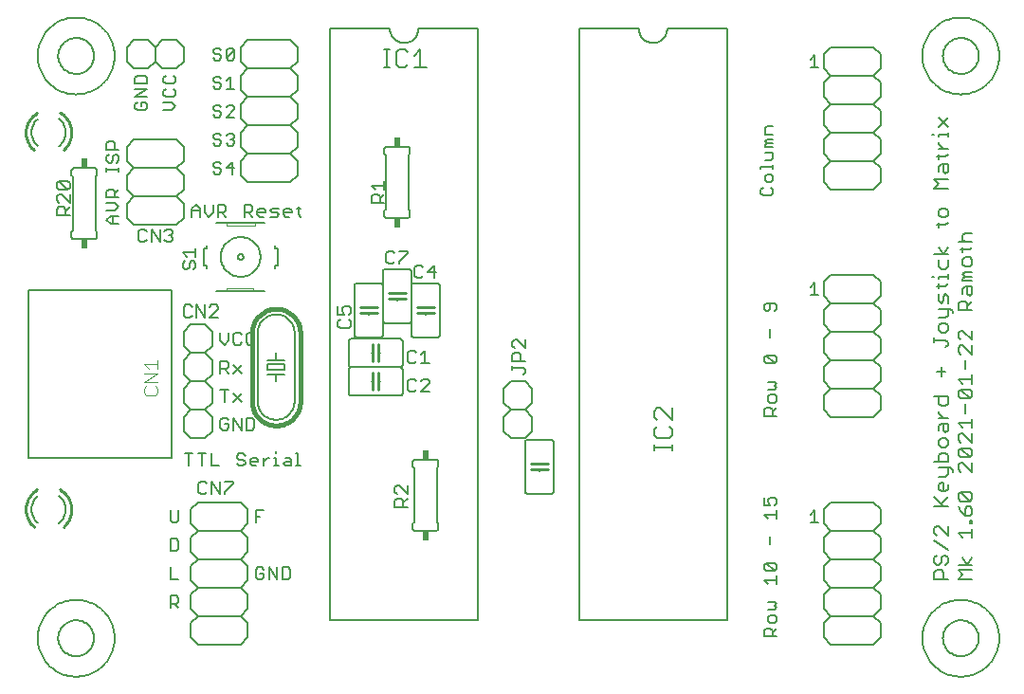
<source format=gto>
G75*
%MOIN*%
%OFA0B0*%
%FSLAX24Y24*%
%IPPOS*%
%LPD*%
%AMOC8*
5,1,8,0,0,1.08239X$1,22.5*
%
%ADD10C,0.0080*%
%ADD11C,0.0060*%
%ADD12C,0.0070*%
%ADD13C,0.0100*%
%ADD14C,0.0050*%
%ADD15R,0.0240X0.0340*%
%ADD16C,0.0160*%
%ADD17C,0.0020*%
%ADD18C,0.0040*%
D10*
X001589Y002069D02*
X001591Y002119D01*
X001597Y002169D01*
X001607Y002218D01*
X001621Y002266D01*
X001638Y002313D01*
X001659Y002358D01*
X001684Y002402D01*
X001712Y002443D01*
X001744Y002482D01*
X001778Y002519D01*
X001815Y002553D01*
X001855Y002583D01*
X001897Y002610D01*
X001941Y002634D01*
X001987Y002655D01*
X002034Y002671D01*
X002082Y002684D01*
X002132Y002693D01*
X002181Y002698D01*
X002232Y002699D01*
X002282Y002696D01*
X002331Y002689D01*
X002380Y002678D01*
X002428Y002663D01*
X002474Y002645D01*
X002519Y002623D01*
X002562Y002597D01*
X002603Y002568D01*
X002642Y002536D01*
X002678Y002501D01*
X002710Y002463D01*
X002740Y002423D01*
X002767Y002380D01*
X002790Y002336D01*
X002809Y002290D01*
X002825Y002242D01*
X002837Y002193D01*
X002845Y002144D01*
X002849Y002094D01*
X002849Y002044D01*
X002845Y001994D01*
X002837Y001945D01*
X002825Y001896D01*
X002809Y001848D01*
X002790Y001802D01*
X002767Y001758D01*
X002740Y001715D01*
X002710Y001675D01*
X002678Y001637D01*
X002642Y001602D01*
X002603Y001570D01*
X002562Y001541D01*
X002519Y001515D01*
X002474Y001493D01*
X002428Y001475D01*
X002380Y001460D01*
X002331Y001449D01*
X002282Y001442D01*
X002232Y001439D01*
X002181Y001440D01*
X002132Y001445D01*
X002082Y001454D01*
X002034Y001467D01*
X001987Y001483D01*
X001941Y001504D01*
X001897Y001528D01*
X001855Y001555D01*
X001815Y001585D01*
X001778Y001619D01*
X001744Y001656D01*
X001712Y001695D01*
X001684Y001736D01*
X001659Y001780D01*
X001638Y001825D01*
X001621Y001872D01*
X001607Y001920D01*
X001597Y001969D01*
X001591Y002019D01*
X001589Y002069D01*
X005540Y003140D02*
X005540Y003560D01*
X005750Y003560D01*
X005820Y003490D01*
X005820Y003350D01*
X005750Y003280D01*
X005540Y003280D01*
X005680Y003280D02*
X005820Y003140D01*
X005820Y004140D02*
X005540Y004140D01*
X005540Y004560D01*
X005540Y005140D02*
X005750Y005140D01*
X005820Y005210D01*
X005820Y005490D01*
X005750Y005560D01*
X005540Y005560D01*
X005540Y005140D01*
X005610Y006140D02*
X005750Y006140D01*
X005820Y006210D01*
X005820Y006560D01*
X005540Y006560D02*
X005540Y006210D01*
X005610Y006140D01*
X006180Y008140D02*
X006180Y008560D01*
X006040Y008560D02*
X006320Y008560D01*
X006500Y008560D02*
X006781Y008560D01*
X006641Y008560D02*
X006641Y008140D01*
X006961Y008140D02*
X006961Y008560D01*
X006961Y008140D02*
X007241Y008140D01*
X007882Y008210D02*
X007952Y008140D01*
X008092Y008140D01*
X008162Y008210D01*
X008162Y008280D01*
X008092Y008350D01*
X007952Y008350D01*
X007882Y008420D01*
X007882Y008490D01*
X007952Y008560D01*
X008092Y008560D01*
X008162Y008490D01*
X008342Y008350D02*
X008412Y008420D01*
X008552Y008420D01*
X008622Y008350D01*
X008622Y008280D01*
X008342Y008280D01*
X008342Y008210D02*
X008342Y008350D01*
X008342Y008210D02*
X008412Y008140D01*
X008552Y008140D01*
X008802Y008140D02*
X008802Y008420D01*
X008802Y008280D02*
X008942Y008420D01*
X009013Y008420D01*
X009186Y008420D02*
X009256Y008420D01*
X009256Y008140D01*
X009186Y008140D02*
X009326Y008140D01*
X009493Y008210D02*
X009563Y008280D01*
X009773Y008280D01*
X009773Y008350D02*
X009773Y008140D01*
X009563Y008140D01*
X009493Y008210D01*
X009563Y008420D02*
X009703Y008420D01*
X009773Y008350D01*
X009953Y008140D02*
X010093Y008140D01*
X010023Y008140D02*
X010023Y008560D01*
X009953Y008560D01*
X009256Y008560D02*
X009256Y008630D01*
X008491Y009460D02*
X008421Y009390D01*
X008211Y009390D01*
X008211Y009810D01*
X008421Y009810D01*
X008491Y009740D01*
X008491Y009460D01*
X008031Y009390D02*
X008031Y009810D01*
X007750Y009810D02*
X007750Y009390D01*
X007570Y009460D02*
X007570Y009600D01*
X007430Y009600D01*
X007290Y009460D02*
X007360Y009390D01*
X007500Y009390D01*
X007570Y009460D01*
X007290Y009460D02*
X007290Y009740D01*
X007360Y009810D01*
X007500Y009810D01*
X007570Y009740D01*
X007750Y009810D02*
X008031Y009390D01*
X008031Y010390D02*
X007750Y010670D01*
X007570Y010810D02*
X007290Y010810D01*
X007430Y010810D02*
X007430Y010390D01*
X007750Y010390D02*
X008031Y010670D01*
X008031Y011390D02*
X007750Y011670D01*
X007570Y011600D02*
X007500Y011530D01*
X007290Y011530D01*
X007290Y011390D02*
X007290Y011810D01*
X007500Y011810D01*
X007570Y011740D01*
X007570Y011600D01*
X007430Y011530D02*
X007570Y011390D01*
X007750Y011390D02*
X008031Y011670D01*
X007961Y012390D02*
X008031Y012460D01*
X007961Y012390D02*
X007820Y012390D01*
X007750Y012460D01*
X007750Y012740D01*
X007820Y012810D01*
X007961Y012810D01*
X008031Y012740D01*
X008211Y012740D02*
X008211Y012460D01*
X008281Y012390D01*
X008421Y012390D01*
X008491Y012460D01*
X008491Y012740D02*
X008421Y012810D01*
X008281Y012810D01*
X008211Y012740D01*
X007570Y012810D02*
X007570Y012530D01*
X007430Y012390D01*
X007290Y012530D01*
X007290Y012810D01*
X005579Y014303D02*
X000539Y014303D01*
X000539Y008397D01*
X005579Y008397D01*
X005579Y014303D01*
X003710Y016640D02*
X003430Y016640D01*
X003290Y016780D01*
X003430Y016920D01*
X003710Y016920D01*
X003500Y016920D02*
X003500Y016640D01*
X003570Y017100D02*
X003290Y017100D01*
X003570Y017100D02*
X003710Y017241D01*
X003570Y017381D01*
X003290Y017381D01*
X003290Y017561D02*
X003290Y017771D01*
X003360Y017841D01*
X003500Y017841D01*
X003570Y017771D01*
X003570Y017561D01*
X003570Y017701D02*
X003710Y017841D01*
X003710Y017561D02*
X003290Y017561D01*
X003290Y018482D02*
X003290Y018622D01*
X003290Y018552D02*
X003710Y018552D01*
X003710Y018482D02*
X003710Y018622D01*
X003640Y018788D02*
X003710Y018859D01*
X003710Y018999D01*
X003640Y019069D01*
X003570Y019069D01*
X003500Y018999D01*
X003500Y018859D01*
X003430Y018788D01*
X003360Y018788D01*
X003290Y018859D01*
X003290Y018999D01*
X003360Y019069D01*
X003290Y019249D02*
X003290Y019459D01*
X003360Y019529D01*
X003500Y019529D01*
X003570Y019459D01*
X003570Y019249D01*
X003710Y019249D02*
X003290Y019249D01*
X004360Y020640D02*
X004640Y020640D01*
X004710Y020710D01*
X004710Y020850D01*
X004640Y020920D01*
X004500Y020920D01*
X004500Y020780D01*
X004360Y020640D02*
X004290Y020710D01*
X004290Y020850D01*
X004360Y020920D01*
X004290Y021100D02*
X004710Y021381D01*
X004290Y021381D01*
X004290Y021561D02*
X004290Y021771D01*
X004360Y021841D01*
X004640Y021841D01*
X004710Y021771D01*
X004710Y021561D01*
X004290Y021561D01*
X004290Y021100D02*
X004710Y021100D01*
X005290Y021170D02*
X005360Y021100D01*
X005640Y021100D01*
X005710Y021170D01*
X005710Y021311D01*
X005640Y021381D01*
X005640Y021561D02*
X005710Y021631D01*
X005710Y021771D01*
X005640Y021841D01*
X005640Y021561D02*
X005360Y021561D01*
X005290Y021631D01*
X005290Y021771D01*
X005360Y021841D01*
X005360Y021381D02*
X005290Y021311D01*
X005290Y021170D01*
X005290Y020920D02*
X005570Y020920D01*
X005710Y020780D01*
X005570Y020640D01*
X005290Y020640D01*
X007040Y020670D02*
X007110Y020600D01*
X007250Y020600D01*
X007320Y020530D01*
X007320Y020460D01*
X007250Y020390D01*
X007110Y020390D01*
X007040Y020460D01*
X007040Y020670D02*
X007040Y020740D01*
X007110Y020810D01*
X007250Y020810D01*
X007320Y020740D01*
X007500Y020740D02*
X007570Y020810D01*
X007711Y020810D01*
X007781Y020740D01*
X007781Y020670D01*
X007500Y020390D01*
X007781Y020390D01*
X007711Y019810D02*
X007781Y019740D01*
X007781Y019670D01*
X007711Y019600D01*
X007781Y019530D01*
X007781Y019460D01*
X007711Y019390D01*
X007570Y019390D01*
X007500Y019460D01*
X007320Y019460D02*
X007250Y019390D01*
X007110Y019390D01*
X007040Y019460D01*
X007110Y019600D02*
X007040Y019670D01*
X007040Y019740D01*
X007110Y019810D01*
X007250Y019810D01*
X007320Y019740D01*
X007250Y019600D02*
X007320Y019530D01*
X007320Y019460D01*
X007250Y019600D02*
X007110Y019600D01*
X007500Y019740D02*
X007570Y019810D01*
X007711Y019810D01*
X007711Y019600D02*
X007641Y019600D01*
X007711Y018810D02*
X007500Y018600D01*
X007781Y018600D01*
X007711Y018390D02*
X007711Y018810D01*
X007320Y018740D02*
X007250Y018810D01*
X007110Y018810D01*
X007040Y018740D01*
X007040Y018670D01*
X007110Y018600D01*
X007250Y018600D01*
X007320Y018530D01*
X007320Y018460D01*
X007250Y018390D01*
X007110Y018390D01*
X007040Y018460D01*
X007031Y017310D02*
X007031Y017030D01*
X006891Y016890D01*
X006750Y017030D01*
X006750Y017310D01*
X006570Y017170D02*
X006570Y016890D01*
X006570Y017100D02*
X006290Y017100D01*
X006290Y017170D02*
X006430Y017310D01*
X006570Y017170D01*
X006290Y017170D02*
X006290Y016890D01*
X007211Y016890D02*
X007211Y017310D01*
X007421Y017310D01*
X007491Y017240D01*
X007491Y017100D01*
X007421Y017030D01*
X007211Y017030D01*
X007351Y017030D02*
X007491Y016890D01*
X008132Y016890D02*
X008132Y017310D01*
X008342Y017310D01*
X008412Y017240D01*
X008412Y017100D01*
X008342Y017030D01*
X008132Y017030D01*
X008272Y017030D02*
X008412Y016890D01*
X008592Y016960D02*
X008592Y017100D01*
X008662Y017170D01*
X008802Y017170D01*
X008872Y017100D01*
X008872Y017030D01*
X008592Y017030D01*
X008592Y016960D02*
X008662Y016890D01*
X008802Y016890D01*
X009052Y016890D02*
X009263Y016890D01*
X009333Y016960D01*
X009263Y017030D01*
X009122Y017030D01*
X009052Y017100D01*
X009122Y017170D01*
X009333Y017170D01*
X009513Y017100D02*
X009583Y017170D01*
X009723Y017170D01*
X009793Y017100D01*
X009793Y017030D01*
X009513Y017030D01*
X009513Y016960D02*
X009513Y017100D01*
X009513Y016960D02*
X009583Y016890D01*
X009723Y016890D01*
X010043Y016960D02*
X010113Y016890D01*
X010043Y016960D02*
X010043Y017240D01*
X009973Y017170D02*
X010113Y017170D01*
X007781Y021390D02*
X007500Y021390D01*
X007641Y021390D02*
X007641Y021810D01*
X007500Y021670D01*
X007320Y021740D02*
X007250Y021810D01*
X007110Y021810D01*
X007040Y021740D01*
X007040Y021670D01*
X007110Y021600D01*
X007250Y021600D01*
X007320Y021530D01*
X007320Y021460D01*
X007250Y021390D01*
X007110Y021390D01*
X007040Y021460D01*
X007110Y022390D02*
X007040Y022460D01*
X007110Y022390D02*
X007250Y022390D01*
X007320Y022460D01*
X007320Y022530D01*
X007250Y022600D01*
X007110Y022600D01*
X007040Y022670D01*
X007040Y022740D01*
X007110Y022810D01*
X007250Y022810D01*
X007320Y022740D01*
X007500Y022740D02*
X007500Y022460D01*
X007781Y022740D01*
X007781Y022460D01*
X007711Y022390D01*
X007570Y022390D01*
X007500Y022460D01*
X007500Y022740D02*
X007570Y022810D01*
X007711Y022810D01*
X007781Y022740D01*
X001589Y022541D02*
X001591Y022591D01*
X001597Y022641D01*
X001607Y022690D01*
X001621Y022738D01*
X001638Y022785D01*
X001659Y022830D01*
X001684Y022874D01*
X001712Y022915D01*
X001744Y022954D01*
X001778Y022991D01*
X001815Y023025D01*
X001855Y023055D01*
X001897Y023082D01*
X001941Y023106D01*
X001987Y023127D01*
X002034Y023143D01*
X002082Y023156D01*
X002132Y023165D01*
X002181Y023170D01*
X002232Y023171D01*
X002282Y023168D01*
X002331Y023161D01*
X002380Y023150D01*
X002428Y023135D01*
X002474Y023117D01*
X002519Y023095D01*
X002562Y023069D01*
X002603Y023040D01*
X002642Y023008D01*
X002678Y022973D01*
X002710Y022935D01*
X002740Y022895D01*
X002767Y022852D01*
X002790Y022808D01*
X002809Y022762D01*
X002825Y022714D01*
X002837Y022665D01*
X002845Y022616D01*
X002849Y022566D01*
X002849Y022516D01*
X002845Y022466D01*
X002837Y022417D01*
X002825Y022368D01*
X002809Y022320D01*
X002790Y022274D01*
X002767Y022230D01*
X002740Y022187D01*
X002710Y022147D01*
X002678Y022109D01*
X002642Y022074D01*
X002603Y022042D01*
X002562Y022013D01*
X002519Y021987D01*
X002474Y021965D01*
X002428Y021947D01*
X002380Y021932D01*
X002331Y021921D01*
X002282Y021914D01*
X002232Y021911D01*
X002181Y021912D01*
X002132Y021917D01*
X002082Y021926D01*
X002034Y021939D01*
X001987Y021955D01*
X001941Y021976D01*
X001897Y022000D01*
X001855Y022027D01*
X001815Y022057D01*
X001778Y022091D01*
X001744Y022128D01*
X001712Y022167D01*
X001684Y022208D01*
X001659Y022252D01*
X001638Y022297D01*
X001621Y022344D01*
X001607Y022392D01*
X001597Y022441D01*
X001591Y022491D01*
X001589Y022541D01*
X008540Y006560D02*
X008820Y006560D01*
X008680Y006350D02*
X008540Y006350D01*
X008540Y006140D02*
X008540Y006560D01*
X008610Y004560D02*
X008540Y004490D01*
X008540Y004210D01*
X008610Y004140D01*
X008750Y004140D01*
X008820Y004210D01*
X008820Y004350D01*
X008680Y004350D01*
X008820Y004490D02*
X008750Y004560D01*
X008610Y004560D01*
X009000Y004560D02*
X009281Y004140D01*
X009281Y004560D01*
X009461Y004560D02*
X009671Y004560D01*
X009741Y004490D01*
X009741Y004210D01*
X009671Y004140D01*
X009461Y004140D01*
X009461Y004560D01*
X009000Y004560D02*
X009000Y004140D01*
X026415Y004122D02*
X026835Y004122D01*
X026835Y003982D02*
X026835Y004262D01*
X026765Y004442D02*
X026485Y004442D01*
X026415Y004512D01*
X026415Y004652D01*
X026485Y004722D01*
X026765Y004442D01*
X026835Y004512D01*
X026835Y004652D01*
X026765Y004722D01*
X026485Y004722D01*
X026625Y005363D02*
X026625Y005643D01*
X026555Y006284D02*
X026415Y006424D01*
X026835Y006424D01*
X026835Y006284D02*
X026835Y006564D01*
X026765Y006744D02*
X026835Y006814D01*
X026835Y006954D01*
X026765Y007024D01*
X026625Y007024D01*
X026555Y006954D01*
X026555Y006884D01*
X026625Y006744D01*
X026415Y006744D01*
X026415Y007024D01*
X028040Y006420D02*
X028180Y006560D01*
X028180Y006140D01*
X028040Y006140D02*
X028320Y006140D01*
X026415Y004122D02*
X026555Y003982D01*
X026555Y003341D02*
X026765Y003341D01*
X026835Y003271D01*
X026765Y003201D01*
X026835Y003131D01*
X026765Y003061D01*
X026555Y003061D01*
X026625Y002881D02*
X026555Y002811D01*
X026555Y002670D01*
X026625Y002600D01*
X026765Y002600D01*
X026835Y002670D01*
X026835Y002811D01*
X026765Y002881D01*
X026625Y002881D01*
X026625Y002420D02*
X026485Y002420D01*
X026415Y002350D01*
X026415Y002140D01*
X026835Y002140D01*
X026695Y002140D02*
X026695Y002350D01*
X026625Y002420D01*
X026695Y002280D02*
X026835Y002420D01*
X032390Y004140D02*
X032390Y004380D01*
X032470Y004460D01*
X032630Y004460D01*
X032710Y004380D01*
X032710Y004140D01*
X032870Y004140D02*
X032390Y004140D01*
X032470Y004656D02*
X032550Y004656D01*
X032630Y004736D01*
X032630Y004896D01*
X032710Y004976D01*
X032790Y004976D01*
X032870Y004896D01*
X032870Y004736D01*
X032790Y004656D01*
X032470Y004656D02*
X032390Y004736D01*
X032390Y004896D01*
X032470Y004976D01*
X032870Y005171D02*
X032390Y005492D01*
X032470Y005687D02*
X032390Y005767D01*
X032390Y005927D01*
X032470Y006007D01*
X032550Y006007D01*
X032870Y005687D01*
X032870Y006007D01*
X033230Y005761D02*
X033710Y005761D01*
X033710Y005601D02*
X033710Y005921D01*
X033710Y006117D02*
X033710Y006197D01*
X033630Y006197D01*
X033630Y006117D01*
X033710Y006117D01*
X033630Y006374D02*
X033470Y006374D01*
X033470Y006615D01*
X033550Y006695D01*
X033630Y006695D01*
X033710Y006615D01*
X033710Y006455D01*
X033630Y006374D01*
X033470Y006374D02*
X033310Y006535D01*
X033230Y006695D01*
X033310Y006890D02*
X033230Y006970D01*
X033230Y007130D01*
X033310Y007210D01*
X033630Y006890D01*
X033710Y006970D01*
X033710Y007130D01*
X033630Y007210D01*
X033310Y007210D01*
X033310Y006890D02*
X033630Y006890D01*
X032870Y007038D02*
X032630Y006798D01*
X032710Y006718D02*
X032390Y007038D01*
X032630Y007234D02*
X032550Y007314D01*
X032550Y007474D01*
X032630Y007554D01*
X032710Y007554D01*
X032710Y007234D01*
X032790Y007234D02*
X032630Y007234D01*
X032790Y007234D02*
X032870Y007314D01*
X032870Y007474D01*
X032790Y007749D02*
X032870Y007830D01*
X032870Y008070D01*
X032950Y008070D02*
X033030Y007990D01*
X033030Y007910D01*
X032950Y008070D02*
X032550Y008070D01*
X032550Y008265D02*
X032550Y008505D01*
X032630Y008585D01*
X032790Y008585D01*
X032870Y008505D01*
X032870Y008265D01*
X032390Y008265D01*
X032550Y007749D02*
X032790Y007749D01*
X033230Y008001D02*
X033230Y008162D01*
X033310Y008242D01*
X033390Y008242D01*
X033710Y007921D01*
X033710Y008242D01*
X033630Y008437D02*
X033310Y008437D01*
X033230Y008517D01*
X033230Y008677D01*
X033310Y008757D01*
X033630Y008437D01*
X033710Y008517D01*
X033710Y008677D01*
X033630Y008757D01*
X033310Y008757D01*
X033310Y008953D02*
X033230Y009033D01*
X033230Y009193D01*
X033310Y009273D01*
X033390Y009273D01*
X033710Y008953D01*
X033710Y009273D01*
X033710Y009468D02*
X033710Y009789D01*
X033710Y009628D02*
X033230Y009628D01*
X033390Y009468D01*
X032870Y009376D02*
X032870Y009617D01*
X032630Y009617D01*
X032550Y009537D01*
X032550Y009376D01*
X032710Y009376D02*
X032710Y009617D01*
X032710Y009812D02*
X032550Y009972D01*
X032550Y010052D01*
X032630Y010242D02*
X032550Y010322D01*
X032550Y010562D01*
X032390Y010562D02*
X032870Y010562D01*
X032870Y010322D01*
X032790Y010242D01*
X032630Y010242D01*
X032550Y009812D02*
X032870Y009812D01*
X032870Y009376D02*
X032790Y009296D01*
X032710Y009376D01*
X032790Y009101D02*
X032630Y009101D01*
X032550Y009021D01*
X032550Y008861D01*
X032630Y008781D01*
X032790Y008781D01*
X032870Y008861D01*
X032870Y009021D01*
X032790Y009101D01*
X033470Y009984D02*
X033470Y010304D01*
X033630Y010500D02*
X033310Y010500D01*
X033230Y010580D01*
X033230Y010740D01*
X033310Y010820D01*
X033630Y010500D01*
X033710Y010580D01*
X033710Y010740D01*
X033630Y010820D01*
X033310Y010820D01*
X033390Y011015D02*
X033230Y011175D01*
X033710Y011175D01*
X033710Y011015D02*
X033710Y011335D01*
X033470Y011531D02*
X033470Y011851D01*
X033310Y012046D02*
X033230Y012127D01*
X033230Y012287D01*
X033310Y012367D01*
X033390Y012367D01*
X033710Y012046D01*
X033710Y012367D01*
X033710Y012562D02*
X033390Y012882D01*
X033310Y012882D01*
X033230Y012802D01*
X033230Y012642D01*
X033310Y012562D01*
X033710Y012562D02*
X033710Y012882D01*
X032870Y012900D02*
X032790Y012820D01*
X032630Y012820D01*
X032550Y012900D01*
X032550Y013060D01*
X032630Y013140D01*
X032790Y013140D01*
X032870Y013060D01*
X032870Y012900D01*
X032790Y012545D02*
X032390Y012545D01*
X032390Y012625D02*
X032390Y012464D01*
X032790Y012545D02*
X032870Y012464D01*
X032870Y012384D01*
X032790Y012304D01*
X032630Y011593D02*
X032630Y011273D01*
X032470Y011433D02*
X032790Y011433D01*
X032790Y013336D02*
X032870Y013416D01*
X032870Y013656D01*
X032950Y013656D02*
X033030Y013576D01*
X033030Y013496D01*
X032950Y013656D02*
X032550Y013656D01*
X032630Y013851D02*
X032550Y013931D01*
X032550Y014171D01*
X032710Y014091D02*
X032710Y013931D01*
X032630Y013851D01*
X032870Y013851D02*
X032870Y014091D01*
X032790Y014171D01*
X032710Y014091D01*
X032550Y014367D02*
X032550Y014527D01*
X032470Y014447D02*
X032790Y014447D01*
X032870Y014527D01*
X032870Y014711D02*
X032870Y014871D01*
X032870Y014791D02*
X032550Y014791D01*
X032550Y014711D01*
X032390Y014791D02*
X032310Y014791D01*
X032630Y015054D02*
X032790Y015054D01*
X032870Y015134D01*
X032870Y015375D01*
X032870Y015570D02*
X032390Y015570D01*
X032550Y015375D02*
X032550Y015134D01*
X032630Y015054D01*
X032710Y015570D02*
X032550Y015810D01*
X032710Y015570D02*
X032870Y015810D01*
X033230Y016000D02*
X033710Y016000D01*
X033710Y015816D02*
X033630Y015736D01*
X033310Y015736D01*
X033390Y015656D02*
X033390Y015816D01*
X033470Y016000D02*
X033390Y016080D01*
X033390Y016240D01*
X033470Y016320D01*
X033710Y016320D01*
X032870Y016675D02*
X032790Y016595D01*
X032470Y016595D01*
X032550Y016515D02*
X032550Y016675D01*
X032630Y016859D02*
X032790Y016859D01*
X032870Y016939D01*
X032870Y017099D01*
X032790Y017179D01*
X032630Y017179D01*
X032550Y017099D01*
X032550Y016939D01*
X032630Y016859D01*
X032870Y017890D02*
X032390Y017890D01*
X032550Y018051D01*
X032390Y018211D01*
X032870Y018211D01*
X032790Y018406D02*
X032710Y018486D01*
X032710Y018726D01*
X032630Y018726D02*
X032870Y018726D01*
X032870Y018486D01*
X032790Y018406D01*
X032550Y018486D02*
X032550Y018646D01*
X032630Y018726D01*
X032550Y018922D02*
X032550Y019082D01*
X032470Y019002D02*
X032790Y019002D01*
X032870Y019082D01*
X032870Y019265D02*
X032550Y019265D01*
X032710Y019265D02*
X032550Y019426D01*
X032550Y019506D01*
X032550Y019695D02*
X032550Y019775D01*
X032870Y019775D01*
X032870Y019695D02*
X032870Y019855D01*
X032870Y020039D02*
X032550Y020359D01*
X032550Y020039D02*
X032870Y020359D01*
X032390Y019775D02*
X032310Y019775D01*
X032691Y022541D02*
X032693Y022591D01*
X032699Y022641D01*
X032709Y022690D01*
X032723Y022738D01*
X032740Y022785D01*
X032761Y022830D01*
X032786Y022874D01*
X032814Y022915D01*
X032846Y022954D01*
X032880Y022991D01*
X032917Y023025D01*
X032957Y023055D01*
X032999Y023082D01*
X033043Y023106D01*
X033089Y023127D01*
X033136Y023143D01*
X033184Y023156D01*
X033234Y023165D01*
X033283Y023170D01*
X033334Y023171D01*
X033384Y023168D01*
X033433Y023161D01*
X033482Y023150D01*
X033530Y023135D01*
X033576Y023117D01*
X033621Y023095D01*
X033664Y023069D01*
X033705Y023040D01*
X033744Y023008D01*
X033780Y022973D01*
X033812Y022935D01*
X033842Y022895D01*
X033869Y022852D01*
X033892Y022808D01*
X033911Y022762D01*
X033927Y022714D01*
X033939Y022665D01*
X033947Y022616D01*
X033951Y022566D01*
X033951Y022516D01*
X033947Y022466D01*
X033939Y022417D01*
X033927Y022368D01*
X033911Y022320D01*
X033892Y022274D01*
X033869Y022230D01*
X033842Y022187D01*
X033812Y022147D01*
X033780Y022109D01*
X033744Y022074D01*
X033705Y022042D01*
X033664Y022013D01*
X033621Y021987D01*
X033576Y021965D01*
X033530Y021947D01*
X033482Y021932D01*
X033433Y021921D01*
X033384Y021914D01*
X033334Y021911D01*
X033283Y021912D01*
X033234Y021917D01*
X033184Y021926D01*
X033136Y021939D01*
X033089Y021955D01*
X033043Y021976D01*
X032999Y022000D01*
X032957Y022027D01*
X032917Y022057D01*
X032880Y022091D01*
X032846Y022128D01*
X032814Y022167D01*
X032786Y022208D01*
X032761Y022252D01*
X032740Y022297D01*
X032723Y022344D01*
X032709Y022392D01*
X032699Y022441D01*
X032693Y022491D01*
X032691Y022541D01*
X028320Y022140D02*
X028040Y022140D01*
X028180Y022140D02*
X028180Y022560D01*
X028040Y022420D01*
X026710Y020069D02*
X026500Y020069D01*
X026430Y019999D01*
X026430Y019788D01*
X026710Y019788D01*
X026710Y019608D02*
X026500Y019608D01*
X026430Y019538D01*
X026500Y019468D01*
X026710Y019468D01*
X026710Y019328D02*
X026430Y019328D01*
X026430Y019398D01*
X026500Y019468D01*
X026430Y019148D02*
X026710Y019148D01*
X026710Y018938D01*
X026640Y018868D01*
X026430Y018868D01*
X026290Y018631D02*
X026710Y018631D01*
X026710Y018561D02*
X026710Y018701D01*
X026290Y018631D02*
X026290Y018561D01*
X026500Y018381D02*
X026430Y018311D01*
X026430Y018170D01*
X026500Y018100D01*
X026640Y018100D01*
X026710Y018170D01*
X026710Y018311D01*
X026640Y018381D01*
X026500Y018381D01*
X026640Y017920D02*
X026710Y017850D01*
X026710Y017710D01*
X026640Y017640D01*
X026360Y017640D01*
X026290Y017710D01*
X026290Y017850D01*
X026360Y017920D01*
X028180Y014560D02*
X028180Y014140D01*
X028040Y014140D02*
X028320Y014140D01*
X028040Y014420D02*
X028180Y014560D01*
X026835Y013783D02*
X026835Y013643D01*
X026765Y013573D01*
X026625Y013643D02*
X026625Y013853D01*
X026765Y013853D02*
X026485Y013853D01*
X026415Y013783D01*
X026415Y013643D01*
X026485Y013573D01*
X026555Y013573D01*
X026625Y013643D01*
X026835Y013783D02*
X026765Y013853D01*
X026625Y012933D02*
X026625Y012652D01*
X026485Y012012D02*
X026765Y012012D01*
X026835Y011942D01*
X026835Y011802D01*
X026765Y011732D01*
X026485Y012012D01*
X026415Y011942D01*
X026415Y011802D01*
X026485Y011732D01*
X026765Y011732D01*
X026765Y011091D02*
X026555Y011091D01*
X026765Y011091D02*
X026835Y011021D01*
X026765Y010951D01*
X026835Y010881D01*
X026765Y010811D01*
X026555Y010811D01*
X026625Y010631D02*
X026555Y010561D01*
X026555Y010420D01*
X026625Y010350D01*
X026765Y010350D01*
X026835Y010420D01*
X026835Y010561D01*
X026765Y010631D01*
X026625Y010631D01*
X026625Y010170D02*
X026485Y010170D01*
X026415Y010100D01*
X026415Y009890D01*
X026835Y009890D01*
X026695Y009890D02*
X026695Y010100D01*
X026625Y010170D01*
X026695Y010030D02*
X026835Y010170D01*
X032390Y006718D02*
X032870Y006718D01*
X033230Y005761D02*
X033390Y005601D01*
X033390Y004896D02*
X033550Y004656D01*
X033710Y004896D01*
X033710Y004656D02*
X033230Y004656D01*
X033230Y004460D02*
X033710Y004460D01*
X033390Y004300D02*
X033230Y004460D01*
X033390Y004300D02*
X033230Y004140D01*
X033710Y004140D01*
X032691Y002069D02*
X032693Y002119D01*
X032699Y002169D01*
X032709Y002218D01*
X032723Y002266D01*
X032740Y002313D01*
X032761Y002358D01*
X032786Y002402D01*
X032814Y002443D01*
X032846Y002482D01*
X032880Y002519D01*
X032917Y002553D01*
X032957Y002583D01*
X032999Y002610D01*
X033043Y002634D01*
X033089Y002655D01*
X033136Y002671D01*
X033184Y002684D01*
X033234Y002693D01*
X033283Y002698D01*
X033334Y002699D01*
X033384Y002696D01*
X033433Y002689D01*
X033482Y002678D01*
X033530Y002663D01*
X033576Y002645D01*
X033621Y002623D01*
X033664Y002597D01*
X033705Y002568D01*
X033744Y002536D01*
X033780Y002501D01*
X033812Y002463D01*
X033842Y002423D01*
X033869Y002380D01*
X033892Y002336D01*
X033911Y002290D01*
X033927Y002242D01*
X033939Y002193D01*
X033947Y002144D01*
X033951Y002094D01*
X033951Y002044D01*
X033947Y001994D01*
X033939Y001945D01*
X033927Y001896D01*
X033911Y001848D01*
X033892Y001802D01*
X033869Y001758D01*
X033842Y001715D01*
X033812Y001675D01*
X033780Y001637D01*
X033744Y001602D01*
X033705Y001570D01*
X033664Y001541D01*
X033621Y001515D01*
X033576Y001493D01*
X033530Y001475D01*
X033482Y001460D01*
X033433Y001449D01*
X033384Y001442D01*
X033334Y001439D01*
X033283Y001440D01*
X033234Y001445D01*
X033184Y001454D01*
X033136Y001467D01*
X033089Y001483D01*
X033043Y001504D01*
X032999Y001528D01*
X032957Y001555D01*
X032917Y001585D01*
X032880Y001619D01*
X032846Y001656D01*
X032814Y001695D01*
X032786Y001736D01*
X032761Y001780D01*
X032740Y001825D01*
X032723Y001872D01*
X032709Y001920D01*
X032699Y001969D01*
X032693Y002019D01*
X032691Y002069D01*
X033310Y007921D02*
X033230Y008001D01*
X032790Y013336D02*
X032550Y013336D01*
X033230Y013593D02*
X033230Y013834D01*
X033310Y013914D01*
X033470Y013914D01*
X033550Y013834D01*
X033550Y013593D01*
X033710Y013593D02*
X033230Y013593D01*
X033550Y013754D02*
X033710Y013914D01*
X033630Y014109D02*
X033550Y014189D01*
X033550Y014429D01*
X033470Y014429D02*
X033710Y014429D01*
X033710Y014189D01*
X033630Y014109D01*
X033390Y014189D02*
X033390Y014349D01*
X033470Y014429D01*
X033390Y014625D02*
X033390Y014705D01*
X033470Y014785D01*
X033390Y014865D01*
X033470Y014945D01*
X033710Y014945D01*
X033710Y014785D02*
X033470Y014785D01*
X033390Y014625D02*
X033710Y014625D01*
X033630Y015140D02*
X033470Y015140D01*
X033390Y015220D01*
X033390Y015381D01*
X033470Y015461D01*
X033630Y015461D01*
X033710Y015381D01*
X033710Y015220D01*
X033630Y015140D01*
D11*
X030500Y014600D02*
X030500Y014100D01*
X030250Y013850D01*
X028750Y013850D01*
X028500Y013600D01*
X028500Y013100D01*
X028750Y012850D01*
X030250Y012850D01*
X030500Y012600D01*
X030500Y012100D01*
X030250Y011850D01*
X028750Y011850D01*
X028500Y011600D01*
X028500Y011100D01*
X028750Y010850D01*
X028500Y010600D01*
X028500Y010100D01*
X028750Y009850D01*
X030250Y009850D01*
X030500Y010100D01*
X030500Y010600D01*
X030250Y010850D01*
X028750Y010850D01*
X028750Y011850D02*
X028500Y012100D01*
X028500Y012600D01*
X028750Y012850D01*
X028750Y013850D02*
X028500Y014100D01*
X028500Y014600D01*
X028750Y014850D01*
X030250Y014850D01*
X030500Y014600D01*
X030250Y013850D02*
X030500Y013600D01*
X030500Y013100D01*
X030250Y012850D01*
X030250Y011850D02*
X030500Y011600D01*
X030500Y011100D01*
X030250Y010850D01*
X030250Y006850D02*
X028750Y006850D01*
X028500Y006600D01*
X028500Y006100D01*
X028750Y005850D01*
X030250Y005850D01*
X030500Y005600D01*
X030500Y005100D01*
X030250Y004850D01*
X028750Y004850D01*
X028500Y004600D01*
X028500Y004100D01*
X028750Y003850D01*
X030250Y003850D01*
X030500Y003600D01*
X030500Y003100D01*
X030250Y002850D01*
X030500Y002600D01*
X030500Y002100D01*
X030250Y001850D01*
X028750Y001850D01*
X028500Y002100D01*
X028500Y002600D01*
X028750Y002850D01*
X030250Y002850D01*
X030250Y003850D02*
X030500Y004100D01*
X030500Y004600D01*
X030250Y004850D01*
X030250Y005850D02*
X030500Y006100D01*
X030500Y006600D01*
X030250Y006850D01*
X028750Y005850D02*
X028500Y005600D01*
X028500Y005100D01*
X028750Y004850D01*
X028750Y003850D02*
X028500Y003600D01*
X028500Y003100D01*
X028750Y002850D01*
X025100Y002700D02*
X025100Y023500D01*
X023000Y023500D01*
X022998Y023456D01*
X022992Y023413D01*
X022983Y023371D01*
X022970Y023329D01*
X022953Y023289D01*
X022933Y023250D01*
X022910Y023213D01*
X022883Y023179D01*
X022854Y023146D01*
X022821Y023117D01*
X022787Y023090D01*
X022750Y023067D01*
X022711Y023047D01*
X022671Y023030D01*
X022629Y023017D01*
X022587Y023008D01*
X022544Y023002D01*
X022500Y023000D01*
X022456Y023002D01*
X022413Y023008D01*
X022371Y023017D01*
X022329Y023030D01*
X022289Y023047D01*
X022250Y023067D01*
X022213Y023090D01*
X022179Y023117D01*
X022146Y023146D01*
X022117Y023179D01*
X022090Y023213D01*
X022067Y023250D01*
X022047Y023289D01*
X022030Y023329D01*
X022017Y023371D01*
X022008Y023413D01*
X022002Y023456D01*
X022000Y023500D01*
X019900Y023500D01*
X019900Y002700D01*
X025100Y002700D01*
X019000Y007250D02*
X019000Y008950D01*
X018998Y008967D01*
X018994Y008984D01*
X018987Y009000D01*
X018977Y009014D01*
X018964Y009027D01*
X018950Y009037D01*
X018934Y009044D01*
X018917Y009048D01*
X018900Y009050D01*
X018100Y009050D01*
X018083Y009048D01*
X018066Y009044D01*
X018050Y009037D01*
X018036Y009027D01*
X018023Y009014D01*
X018013Y009000D01*
X018006Y008984D01*
X018002Y008967D01*
X018000Y008950D01*
X018000Y007250D01*
X018002Y007233D01*
X018006Y007216D01*
X018013Y007200D01*
X018023Y007186D01*
X018036Y007173D01*
X018050Y007163D01*
X018066Y007156D01*
X018083Y007152D01*
X018100Y007150D01*
X018900Y007150D01*
X018917Y007152D01*
X018934Y007156D01*
X018950Y007163D01*
X018964Y007173D01*
X018977Y007186D01*
X018987Y007200D01*
X018994Y007216D01*
X018998Y007233D01*
X019000Y007250D01*
X018500Y007950D02*
X018500Y008000D01*
X018500Y008200D02*
X018500Y008250D01*
X018000Y009100D02*
X017500Y009100D01*
X017250Y009350D01*
X017250Y009850D01*
X017500Y010100D01*
X017250Y010350D01*
X017250Y010850D01*
X017500Y011100D01*
X018000Y011100D01*
X018250Y010850D01*
X018250Y010350D01*
X018000Y010100D01*
X018250Y009850D01*
X018250Y009350D01*
X018000Y009100D01*
X018000Y010100D02*
X017500Y010100D01*
X014950Y008250D02*
X014950Y008100D01*
X014900Y008050D01*
X014900Y006150D01*
X014950Y006100D01*
X014950Y005950D01*
X014948Y005933D01*
X014944Y005916D01*
X014937Y005900D01*
X014927Y005886D01*
X014914Y005873D01*
X014900Y005863D01*
X014884Y005856D01*
X014867Y005852D01*
X014850Y005850D01*
X014150Y005850D01*
X014133Y005852D01*
X014116Y005856D01*
X014100Y005863D01*
X014086Y005873D01*
X014073Y005886D01*
X014063Y005900D01*
X014056Y005916D01*
X014052Y005933D01*
X014050Y005950D01*
X014050Y006100D01*
X014100Y006150D01*
X014100Y008050D01*
X014050Y008100D01*
X014050Y008250D01*
X014052Y008267D01*
X014056Y008284D01*
X014063Y008300D01*
X014073Y008314D01*
X014086Y008327D01*
X014100Y008337D01*
X014116Y008344D01*
X014133Y008348D01*
X014150Y008350D01*
X014850Y008350D01*
X014867Y008348D01*
X014884Y008344D01*
X014900Y008337D01*
X014914Y008327D01*
X014927Y008314D01*
X014937Y008300D01*
X014944Y008284D01*
X014948Y008267D01*
X014950Y008250D01*
X013600Y010600D02*
X011900Y010600D01*
X011883Y010602D01*
X011866Y010606D01*
X011850Y010613D01*
X011836Y010623D01*
X011823Y010636D01*
X011813Y010650D01*
X011806Y010666D01*
X011802Y010683D01*
X011800Y010700D01*
X011800Y011500D01*
X011802Y011517D01*
X011806Y011534D01*
X011813Y011550D01*
X011823Y011564D01*
X011836Y011577D01*
X011850Y011587D01*
X011866Y011594D01*
X011883Y011598D01*
X011900Y011600D01*
X013600Y011600D01*
X011900Y011600D01*
X011883Y011602D01*
X011866Y011606D01*
X011850Y011613D01*
X011836Y011623D01*
X011823Y011636D01*
X011813Y011650D01*
X011806Y011666D01*
X011802Y011683D01*
X011800Y011700D01*
X011800Y012500D01*
X011802Y012517D01*
X011806Y012534D01*
X011813Y012550D01*
X011823Y012564D01*
X011836Y012577D01*
X011850Y012587D01*
X011866Y012594D01*
X011883Y012598D01*
X011900Y012600D01*
X013600Y012600D01*
X013617Y012598D01*
X013634Y012594D01*
X013650Y012587D01*
X013664Y012577D01*
X013677Y012564D01*
X013687Y012550D01*
X013694Y012534D01*
X013698Y012517D01*
X013700Y012500D01*
X013700Y011700D01*
X013698Y011683D01*
X013694Y011666D01*
X013687Y011650D01*
X013677Y011636D01*
X013664Y011623D01*
X013650Y011613D01*
X013634Y011606D01*
X013617Y011602D01*
X013600Y011600D01*
X013617Y011598D01*
X013634Y011594D01*
X013650Y011587D01*
X013664Y011577D01*
X013677Y011564D01*
X013687Y011550D01*
X013694Y011534D01*
X013698Y011517D01*
X013700Y011500D01*
X013700Y010700D01*
X013698Y010683D01*
X013694Y010666D01*
X013687Y010650D01*
X013677Y010636D01*
X013664Y010623D01*
X013650Y010613D01*
X013634Y010606D01*
X013617Y010602D01*
X013600Y010600D01*
X012900Y011100D02*
X012850Y011100D01*
X012650Y011100D02*
X012600Y011100D01*
X012600Y012100D02*
X012650Y012100D01*
X012850Y012100D02*
X012900Y012100D01*
X012900Y012650D02*
X012100Y012650D01*
X012083Y012652D01*
X012066Y012656D01*
X012050Y012663D01*
X012036Y012673D01*
X012023Y012686D01*
X012013Y012700D01*
X012006Y012716D01*
X012002Y012733D01*
X012000Y012750D01*
X012000Y014450D01*
X012002Y014467D01*
X012006Y014484D01*
X012013Y014500D01*
X012023Y014514D01*
X012036Y014527D01*
X012050Y014537D01*
X012066Y014544D01*
X012083Y014548D01*
X012100Y014550D01*
X012900Y014550D01*
X012917Y014548D01*
X012934Y014544D01*
X012950Y014537D01*
X012964Y014527D01*
X012977Y014514D01*
X012987Y014500D01*
X012994Y014484D01*
X012998Y014467D01*
X013000Y014450D01*
X013000Y012750D01*
X012998Y012733D01*
X012994Y012716D01*
X012987Y012700D01*
X012977Y012686D01*
X012964Y012673D01*
X012950Y012663D01*
X012934Y012656D01*
X012917Y012652D01*
X012900Y012650D01*
X013100Y013150D02*
X013900Y013150D01*
X013917Y013152D01*
X013934Y013156D01*
X013950Y013163D01*
X013964Y013173D01*
X013977Y013186D01*
X013987Y013200D01*
X013994Y013216D01*
X013998Y013233D01*
X014000Y013250D01*
X014000Y014950D01*
X013998Y014967D01*
X013994Y014984D01*
X013987Y015000D01*
X013977Y015014D01*
X013964Y015027D01*
X013950Y015037D01*
X013934Y015044D01*
X013917Y015048D01*
X013900Y015050D01*
X013100Y015050D01*
X013083Y015048D01*
X013066Y015044D01*
X013050Y015037D01*
X013036Y015027D01*
X013023Y015014D01*
X013013Y015000D01*
X013006Y014984D01*
X013002Y014967D01*
X013000Y014950D01*
X013000Y013250D01*
X013002Y013233D01*
X013006Y013216D01*
X013013Y013200D01*
X013023Y013186D01*
X013036Y013173D01*
X013050Y013163D01*
X013066Y013156D01*
X013083Y013152D01*
X013100Y013150D01*
X012500Y013450D02*
X012500Y013500D01*
X012500Y013700D02*
X012500Y013750D01*
X013500Y013950D02*
X013500Y014000D01*
X013500Y014200D02*
X013500Y014250D01*
X014000Y014450D02*
X014000Y012750D01*
X014002Y012733D01*
X014006Y012716D01*
X014013Y012700D01*
X014023Y012686D01*
X014036Y012673D01*
X014050Y012663D01*
X014066Y012656D01*
X014083Y012652D01*
X014100Y012650D01*
X014900Y012650D01*
X014917Y012652D01*
X014934Y012656D01*
X014950Y012663D01*
X014964Y012673D01*
X014977Y012686D01*
X014987Y012700D01*
X014994Y012716D01*
X014998Y012733D01*
X015000Y012750D01*
X015000Y014450D01*
X014998Y014467D01*
X014994Y014484D01*
X014987Y014500D01*
X014977Y014514D01*
X014964Y014527D01*
X014950Y014537D01*
X014934Y014544D01*
X014917Y014548D01*
X014900Y014550D01*
X014100Y014550D01*
X014083Y014548D01*
X014066Y014544D01*
X014050Y014537D01*
X014036Y014527D01*
X014023Y014514D01*
X014013Y014500D01*
X014006Y014484D01*
X014002Y014467D01*
X014000Y014450D01*
X014500Y013750D02*
X014500Y013700D01*
X014500Y013500D02*
X014500Y013450D01*
X009900Y012800D02*
X009900Y010400D01*
X009898Y010350D01*
X009892Y010301D01*
X009883Y010252D01*
X009870Y010204D01*
X009853Y010157D01*
X009833Y010112D01*
X009809Y010068D01*
X009782Y010026D01*
X009751Y009986D01*
X009718Y009949D01*
X009682Y009915D01*
X009644Y009883D01*
X009603Y009854D01*
X009561Y009829D01*
X009516Y009807D01*
X009470Y009788D01*
X009422Y009773D01*
X009374Y009762D01*
X009325Y009754D01*
X009275Y009750D01*
X009225Y009750D01*
X009175Y009754D01*
X009126Y009762D01*
X009078Y009773D01*
X009030Y009788D01*
X008984Y009807D01*
X008939Y009829D01*
X008897Y009854D01*
X008856Y009883D01*
X008818Y009915D01*
X008782Y009949D01*
X008749Y009986D01*
X008718Y010026D01*
X008691Y010068D01*
X008667Y010112D01*
X008647Y010157D01*
X008630Y010204D01*
X008617Y010252D01*
X008608Y010301D01*
X008602Y010350D01*
X008600Y010400D01*
X008600Y012800D01*
X008602Y012850D01*
X008608Y012899D01*
X008617Y012948D01*
X008630Y012996D01*
X008647Y013043D01*
X008667Y013088D01*
X008691Y013132D01*
X008718Y013174D01*
X008749Y013214D01*
X008782Y013251D01*
X008818Y013285D01*
X008856Y013317D01*
X008897Y013346D01*
X008939Y013371D01*
X008984Y013393D01*
X009030Y013412D01*
X009078Y013427D01*
X009126Y013438D01*
X009175Y013446D01*
X009225Y013450D01*
X009275Y013450D01*
X009325Y013446D01*
X009374Y013438D01*
X009422Y013427D01*
X009470Y013412D01*
X009516Y013393D01*
X009561Y013371D01*
X009603Y013346D01*
X009644Y013317D01*
X009682Y013285D01*
X009718Y013251D01*
X009751Y013214D01*
X009782Y013174D01*
X009809Y013132D01*
X009833Y013088D01*
X009853Y013043D01*
X009870Y012996D01*
X009883Y012948D01*
X009892Y012899D01*
X009898Y012850D01*
X009900Y012800D01*
X009250Y012100D02*
X009250Y011850D01*
X009550Y011850D01*
X009550Y011700D02*
X009550Y011500D01*
X008950Y011500D01*
X008950Y011700D01*
X009550Y011700D01*
X009250Y011850D02*
X008950Y011850D01*
X008950Y011350D02*
X009250Y011350D01*
X009250Y011100D01*
X009250Y011350D02*
X009550Y011350D01*
X007000Y011350D02*
X006750Y011100D01*
X006250Y011100D01*
X006000Y011350D01*
X006000Y011850D01*
X006250Y012100D01*
X006000Y012350D01*
X006000Y012850D01*
X006250Y013100D01*
X006750Y013100D01*
X007000Y012850D01*
X007000Y012350D01*
X006750Y012100D01*
X007000Y011850D01*
X007000Y011350D01*
X006750Y011100D02*
X007000Y010850D01*
X007000Y010350D01*
X006750Y010100D01*
X007000Y009850D01*
X007000Y009350D01*
X006750Y009100D01*
X006250Y009100D01*
X006000Y009350D01*
X006000Y009850D01*
X006250Y010100D01*
X006000Y010350D01*
X006000Y010850D01*
X006250Y011100D01*
X006250Y010100D02*
X006750Y010100D01*
X006750Y012100D02*
X006250Y012100D01*
X007150Y014275D02*
X007500Y014275D01*
X008450Y014275D01*
X008850Y014275D01*
X009200Y015075D02*
X009200Y015175D01*
X009300Y015175D01*
X009300Y015775D01*
X009200Y015775D01*
X009200Y015875D01*
X008850Y016675D02*
X008500Y016675D01*
X007500Y016675D01*
X007150Y016675D01*
X006800Y015875D02*
X006800Y015775D01*
X006700Y015775D01*
X006700Y015175D01*
X006800Y015175D01*
X006800Y015075D01*
X007900Y015475D02*
X007902Y015495D01*
X007908Y015513D01*
X007917Y015531D01*
X007929Y015546D01*
X007944Y015558D01*
X007962Y015567D01*
X007980Y015573D01*
X008000Y015575D01*
X008020Y015573D01*
X008038Y015567D01*
X008056Y015558D01*
X008071Y015546D01*
X008083Y015531D01*
X008092Y015513D01*
X008098Y015495D01*
X008100Y015475D01*
X008098Y015455D01*
X008092Y015437D01*
X008083Y015419D01*
X008071Y015404D01*
X008056Y015392D01*
X008038Y015383D01*
X008020Y015377D01*
X008000Y015375D01*
X007980Y015377D01*
X007962Y015383D01*
X007944Y015392D01*
X007929Y015404D01*
X007917Y015419D01*
X007908Y015437D01*
X007902Y015455D01*
X007900Y015475D01*
X007300Y015475D02*
X007302Y015527D01*
X007308Y015579D01*
X007318Y015631D01*
X007331Y015681D01*
X007348Y015731D01*
X007369Y015779D01*
X007394Y015825D01*
X007422Y015869D01*
X007453Y015911D01*
X007487Y015951D01*
X007524Y015988D01*
X007564Y016022D01*
X007606Y016053D01*
X007650Y016081D01*
X007696Y016106D01*
X007744Y016127D01*
X007794Y016144D01*
X007844Y016157D01*
X007896Y016167D01*
X007948Y016173D01*
X008000Y016175D01*
X008052Y016173D01*
X008104Y016167D01*
X008156Y016157D01*
X008206Y016144D01*
X008256Y016127D01*
X008304Y016106D01*
X008350Y016081D01*
X008394Y016053D01*
X008436Y016022D01*
X008476Y015988D01*
X008513Y015951D01*
X008547Y015911D01*
X008578Y015869D01*
X008606Y015825D01*
X008631Y015779D01*
X008652Y015731D01*
X008669Y015681D01*
X008682Y015631D01*
X008692Y015579D01*
X008698Y015527D01*
X008700Y015475D01*
X008698Y015423D01*
X008692Y015371D01*
X008682Y015319D01*
X008669Y015269D01*
X008652Y015219D01*
X008631Y015171D01*
X008606Y015125D01*
X008578Y015081D01*
X008547Y015039D01*
X008513Y014999D01*
X008476Y014962D01*
X008436Y014928D01*
X008394Y014897D01*
X008350Y014869D01*
X008304Y014844D01*
X008256Y014823D01*
X008206Y014806D01*
X008156Y014793D01*
X008104Y014783D01*
X008052Y014777D01*
X008000Y014775D01*
X007948Y014777D01*
X007896Y014783D01*
X007844Y014793D01*
X007794Y014806D01*
X007744Y014823D01*
X007696Y014844D01*
X007650Y014869D01*
X007606Y014897D01*
X007564Y014928D01*
X007524Y014962D01*
X007487Y014999D01*
X007453Y015039D01*
X007422Y015081D01*
X007394Y015125D01*
X007369Y015171D01*
X007348Y015219D01*
X007331Y015269D01*
X007318Y015319D01*
X007308Y015371D01*
X007302Y015423D01*
X007300Y015475D01*
X006000Y016850D02*
X005750Y016600D01*
X004250Y016600D01*
X004000Y016850D01*
X004000Y017350D01*
X004250Y017600D01*
X005750Y017600D01*
X006000Y017350D01*
X006000Y016850D01*
X005750Y017600D02*
X006000Y017850D01*
X006000Y018350D01*
X005750Y018600D01*
X004250Y018600D01*
X004000Y018350D01*
X004000Y017850D01*
X004250Y017600D01*
X004250Y018600D02*
X004000Y018850D01*
X004000Y019350D01*
X004250Y019600D01*
X005750Y019600D01*
X006000Y019350D01*
X006000Y018850D01*
X005750Y018600D01*
X008000Y018850D02*
X008000Y018350D01*
X008250Y018100D01*
X009750Y018100D01*
X010000Y018350D01*
X010000Y018850D01*
X009750Y019100D01*
X008250Y019100D01*
X008000Y018850D01*
X008250Y019100D02*
X008000Y019350D01*
X008000Y019850D01*
X008250Y020100D01*
X009750Y020100D01*
X010000Y019850D01*
X010000Y019350D01*
X009750Y019100D01*
X009750Y020100D02*
X010000Y020350D01*
X010000Y020850D01*
X009750Y021100D01*
X008250Y021100D01*
X008000Y020850D01*
X008000Y020350D01*
X008250Y020100D01*
X008250Y021100D02*
X008000Y021350D01*
X008000Y021850D01*
X008250Y022100D01*
X009750Y022100D01*
X010000Y021850D01*
X010000Y021350D01*
X009750Y021100D01*
X009750Y022100D02*
X010000Y022350D01*
X010000Y022850D01*
X009750Y023100D01*
X008250Y023100D01*
X008000Y022850D01*
X008000Y022350D01*
X008250Y022100D01*
X006000Y022350D02*
X005750Y022100D01*
X005250Y022100D01*
X005000Y022350D01*
X004750Y022100D01*
X004250Y022100D01*
X004000Y022350D01*
X004000Y022850D01*
X004250Y023100D01*
X004750Y023100D01*
X005000Y022850D01*
X005250Y023100D01*
X005750Y023100D01*
X006000Y022850D01*
X006000Y022350D01*
X005000Y022350D02*
X005000Y022850D01*
X000869Y022541D02*
X000871Y022614D01*
X000877Y022687D01*
X000887Y022759D01*
X000901Y022831D01*
X000918Y022902D01*
X000940Y022972D01*
X000965Y023041D01*
X000994Y023108D01*
X001026Y023173D01*
X001062Y023237D01*
X001102Y023299D01*
X001144Y023358D01*
X001190Y023415D01*
X001239Y023469D01*
X001291Y023521D01*
X001345Y023570D01*
X001402Y023616D01*
X001461Y023658D01*
X001523Y023698D01*
X001587Y023734D01*
X001652Y023766D01*
X001719Y023795D01*
X001788Y023820D01*
X001858Y023842D01*
X001929Y023859D01*
X002001Y023873D01*
X002073Y023883D01*
X002146Y023889D01*
X002219Y023891D01*
X002292Y023889D01*
X002365Y023883D01*
X002437Y023873D01*
X002509Y023859D01*
X002580Y023842D01*
X002650Y023820D01*
X002719Y023795D01*
X002786Y023766D01*
X002851Y023734D01*
X002915Y023698D01*
X002977Y023658D01*
X003036Y023616D01*
X003093Y023570D01*
X003147Y023521D01*
X003199Y023469D01*
X003248Y023415D01*
X003294Y023358D01*
X003336Y023299D01*
X003376Y023237D01*
X003412Y023173D01*
X003444Y023108D01*
X003473Y023041D01*
X003498Y022972D01*
X003520Y022902D01*
X003537Y022831D01*
X003551Y022759D01*
X003561Y022687D01*
X003567Y022614D01*
X003569Y022541D01*
X003567Y022468D01*
X003561Y022395D01*
X003551Y022323D01*
X003537Y022251D01*
X003520Y022180D01*
X003498Y022110D01*
X003473Y022041D01*
X003444Y021974D01*
X003412Y021909D01*
X003376Y021845D01*
X003336Y021783D01*
X003294Y021724D01*
X003248Y021667D01*
X003199Y021613D01*
X003147Y021561D01*
X003093Y021512D01*
X003036Y021466D01*
X002977Y021424D01*
X002915Y021384D01*
X002851Y021348D01*
X002786Y021316D01*
X002719Y021287D01*
X002650Y021262D01*
X002580Y021240D01*
X002509Y021223D01*
X002437Y021209D01*
X002365Y021199D01*
X002292Y021193D01*
X002219Y021191D01*
X002146Y021193D01*
X002073Y021199D01*
X002001Y021209D01*
X001929Y021223D01*
X001858Y021240D01*
X001788Y021262D01*
X001719Y021287D01*
X001652Y021316D01*
X001587Y021348D01*
X001523Y021384D01*
X001461Y021424D01*
X001402Y021466D01*
X001345Y021512D01*
X001291Y021561D01*
X001239Y021613D01*
X001190Y021667D01*
X001144Y021724D01*
X001102Y021783D01*
X001062Y021845D01*
X001026Y021909D01*
X000994Y021974D01*
X000965Y022041D01*
X000940Y022110D01*
X000918Y022180D01*
X000901Y022251D01*
X000887Y022323D01*
X000877Y022395D01*
X000871Y022468D01*
X000869Y022541D01*
X001850Y019850D02*
X001848Y019803D01*
X001842Y019755D01*
X001833Y019709D01*
X001820Y019663D01*
X001804Y019619D01*
X001783Y019575D01*
X001760Y019534D01*
X001734Y019495D01*
X001704Y019458D01*
X001671Y019423D01*
X001636Y019391D01*
X001599Y019362D01*
X000650Y019850D02*
X000652Y019895D01*
X000657Y019941D01*
X000665Y019985D01*
X000677Y020029D01*
X000693Y020072D01*
X000711Y020114D01*
X000733Y020154D01*
X000757Y020192D01*
X000784Y020228D01*
X000814Y020263D01*
X000847Y020294D01*
X000882Y020324D01*
X000650Y019850D02*
X000652Y019805D01*
X000657Y019759D01*
X000665Y019715D01*
X000677Y019671D01*
X000693Y019628D01*
X000711Y019586D01*
X000733Y019546D01*
X000757Y019508D01*
X000784Y019472D01*
X000814Y019437D01*
X000847Y019406D01*
X000882Y019376D01*
X001850Y019850D02*
X001848Y019896D01*
X001843Y019942D01*
X001834Y019988D01*
X001822Y020033D01*
X001806Y020076D01*
X001787Y020118D01*
X001764Y020159D01*
X001739Y020198D01*
X001711Y020234D01*
X001680Y020269D01*
X001646Y020301D01*
X001610Y020330D01*
X002150Y018600D02*
X002850Y018600D01*
X002867Y018598D01*
X002884Y018594D01*
X002900Y018587D01*
X002914Y018577D01*
X002927Y018564D01*
X002937Y018550D01*
X002944Y018534D01*
X002948Y018517D01*
X002950Y018500D01*
X002950Y018350D01*
X002900Y018300D01*
X002900Y016400D01*
X002950Y016350D01*
X002950Y016200D01*
X002948Y016183D01*
X002944Y016166D01*
X002937Y016150D01*
X002927Y016136D01*
X002914Y016123D01*
X002900Y016113D01*
X002884Y016106D01*
X002867Y016102D01*
X002850Y016100D01*
X002150Y016100D01*
X002133Y016102D01*
X002116Y016106D01*
X002100Y016113D01*
X002086Y016123D01*
X002073Y016136D01*
X002063Y016150D01*
X002056Y016166D01*
X002052Y016183D01*
X002050Y016200D01*
X002050Y016350D01*
X002100Y016400D01*
X002100Y018300D01*
X002050Y018350D01*
X002050Y018500D01*
X002052Y018517D01*
X002056Y018534D01*
X002063Y018550D01*
X002073Y018564D01*
X002086Y018577D01*
X002100Y018587D01*
X002116Y018594D01*
X002133Y018598D01*
X002150Y018600D01*
X011150Y023500D02*
X011150Y002700D01*
X016350Y002700D01*
X016350Y023500D01*
X014250Y023500D01*
X014248Y023456D01*
X014242Y023413D01*
X014233Y023371D01*
X014220Y023329D01*
X014203Y023289D01*
X014183Y023250D01*
X014160Y023213D01*
X014133Y023179D01*
X014104Y023146D01*
X014071Y023117D01*
X014037Y023090D01*
X014000Y023067D01*
X013961Y023047D01*
X013921Y023030D01*
X013879Y023017D01*
X013837Y023008D01*
X013794Y023002D01*
X013750Y023000D01*
X013706Y023002D01*
X013663Y023008D01*
X013621Y023017D01*
X013579Y023030D01*
X013539Y023047D01*
X013500Y023067D01*
X013463Y023090D01*
X013429Y023117D01*
X013396Y023146D01*
X013367Y023179D01*
X013340Y023213D01*
X013317Y023250D01*
X013297Y023289D01*
X013280Y023329D01*
X013267Y023371D01*
X013258Y023413D01*
X013252Y023456D01*
X013250Y023500D01*
X011150Y023500D01*
X013150Y019350D02*
X013850Y019350D01*
X013867Y019348D01*
X013884Y019344D01*
X013900Y019337D01*
X013914Y019327D01*
X013927Y019314D01*
X013937Y019300D01*
X013944Y019284D01*
X013948Y019267D01*
X013950Y019250D01*
X013950Y019100D01*
X013900Y019050D01*
X013900Y017150D01*
X013950Y017100D01*
X013950Y016950D01*
X013948Y016933D01*
X013944Y016916D01*
X013937Y016900D01*
X013927Y016886D01*
X013914Y016873D01*
X013900Y016863D01*
X013884Y016856D01*
X013867Y016852D01*
X013850Y016850D01*
X013150Y016850D01*
X013133Y016852D01*
X013116Y016856D01*
X013100Y016863D01*
X013086Y016873D01*
X013073Y016886D01*
X013063Y016900D01*
X013056Y016916D01*
X013052Y016933D01*
X013050Y016950D01*
X013050Y017100D01*
X013100Y017150D01*
X013100Y019050D01*
X013050Y019100D01*
X013050Y019250D01*
X013052Y019267D01*
X013056Y019284D01*
X013063Y019300D01*
X013073Y019314D01*
X013086Y019327D01*
X013100Y019337D01*
X013116Y019344D01*
X013133Y019348D01*
X013150Y019350D01*
X028500Y019600D02*
X028500Y019100D01*
X028750Y018850D01*
X028500Y018600D01*
X028500Y018100D01*
X028750Y017850D01*
X030250Y017850D01*
X030500Y018100D01*
X030500Y018600D01*
X030250Y018850D01*
X028750Y018850D01*
X028500Y019600D02*
X028750Y019850D01*
X030250Y019850D01*
X030500Y019600D01*
X030500Y019100D01*
X030250Y018850D01*
X030250Y019850D02*
X030500Y020100D01*
X030500Y020600D01*
X030250Y020850D01*
X028750Y020850D01*
X028500Y020600D01*
X028500Y020100D01*
X028750Y019850D01*
X028750Y020850D02*
X028500Y021100D01*
X028500Y021600D01*
X028750Y021850D01*
X030250Y021850D01*
X030500Y021600D01*
X030500Y021100D01*
X030250Y020850D01*
X030250Y021850D02*
X030500Y022100D01*
X030500Y022600D01*
X030250Y022850D01*
X028750Y022850D01*
X028500Y022600D01*
X028500Y022100D01*
X028750Y021850D01*
X031971Y022541D02*
X031973Y022614D01*
X031979Y022687D01*
X031989Y022759D01*
X032003Y022831D01*
X032020Y022902D01*
X032042Y022972D01*
X032067Y023041D01*
X032096Y023108D01*
X032128Y023173D01*
X032164Y023237D01*
X032204Y023299D01*
X032246Y023358D01*
X032292Y023415D01*
X032341Y023469D01*
X032393Y023521D01*
X032447Y023570D01*
X032504Y023616D01*
X032563Y023658D01*
X032625Y023698D01*
X032689Y023734D01*
X032754Y023766D01*
X032821Y023795D01*
X032890Y023820D01*
X032960Y023842D01*
X033031Y023859D01*
X033103Y023873D01*
X033175Y023883D01*
X033248Y023889D01*
X033321Y023891D01*
X033394Y023889D01*
X033467Y023883D01*
X033539Y023873D01*
X033611Y023859D01*
X033682Y023842D01*
X033752Y023820D01*
X033821Y023795D01*
X033888Y023766D01*
X033953Y023734D01*
X034017Y023698D01*
X034079Y023658D01*
X034138Y023616D01*
X034195Y023570D01*
X034249Y023521D01*
X034301Y023469D01*
X034350Y023415D01*
X034396Y023358D01*
X034438Y023299D01*
X034478Y023237D01*
X034514Y023173D01*
X034546Y023108D01*
X034575Y023041D01*
X034600Y022972D01*
X034622Y022902D01*
X034639Y022831D01*
X034653Y022759D01*
X034663Y022687D01*
X034669Y022614D01*
X034671Y022541D01*
X034669Y022468D01*
X034663Y022395D01*
X034653Y022323D01*
X034639Y022251D01*
X034622Y022180D01*
X034600Y022110D01*
X034575Y022041D01*
X034546Y021974D01*
X034514Y021909D01*
X034478Y021845D01*
X034438Y021783D01*
X034396Y021724D01*
X034350Y021667D01*
X034301Y021613D01*
X034249Y021561D01*
X034195Y021512D01*
X034138Y021466D01*
X034079Y021424D01*
X034017Y021384D01*
X033953Y021348D01*
X033888Y021316D01*
X033821Y021287D01*
X033752Y021262D01*
X033682Y021240D01*
X033611Y021223D01*
X033539Y021209D01*
X033467Y021199D01*
X033394Y021193D01*
X033321Y021191D01*
X033248Y021193D01*
X033175Y021199D01*
X033103Y021209D01*
X033031Y021223D01*
X032960Y021240D01*
X032890Y021262D01*
X032821Y021287D01*
X032754Y021316D01*
X032689Y021348D01*
X032625Y021384D01*
X032563Y021424D01*
X032504Y021466D01*
X032447Y021512D01*
X032393Y021561D01*
X032341Y021613D01*
X032292Y021667D01*
X032246Y021724D01*
X032204Y021783D01*
X032164Y021845D01*
X032128Y021909D01*
X032096Y021974D01*
X032067Y022041D01*
X032042Y022110D01*
X032020Y022180D01*
X032003Y022251D01*
X031989Y022323D01*
X031979Y022395D01*
X031973Y022468D01*
X031971Y022541D01*
X008250Y006600D02*
X008250Y006100D01*
X008000Y005850D01*
X006500Y005850D01*
X006250Y005600D01*
X006250Y005100D01*
X006500Y004850D01*
X008000Y004850D01*
X008250Y004600D01*
X008250Y004100D01*
X008000Y003850D01*
X006500Y003850D01*
X006250Y003600D01*
X006250Y003100D01*
X006500Y002850D01*
X006250Y002600D01*
X006250Y002100D01*
X006500Y001850D01*
X008000Y001850D01*
X008250Y002100D01*
X008250Y002600D01*
X008000Y002850D01*
X006500Y002850D01*
X006500Y003850D02*
X006250Y004100D01*
X006250Y004600D01*
X006500Y004850D01*
X006500Y005850D02*
X006250Y006100D01*
X006250Y006600D01*
X006500Y006850D01*
X008000Y006850D01*
X008250Y006600D01*
X008000Y005850D02*
X008250Y005600D01*
X008250Y005100D01*
X008000Y004850D01*
X008000Y003850D02*
X008250Y003600D01*
X008250Y003100D01*
X008000Y002850D01*
X000869Y002069D02*
X000871Y002142D01*
X000877Y002215D01*
X000887Y002287D01*
X000901Y002359D01*
X000918Y002430D01*
X000940Y002500D01*
X000965Y002569D01*
X000994Y002636D01*
X001026Y002701D01*
X001062Y002765D01*
X001102Y002827D01*
X001144Y002886D01*
X001190Y002943D01*
X001239Y002997D01*
X001291Y003049D01*
X001345Y003098D01*
X001402Y003144D01*
X001461Y003186D01*
X001523Y003226D01*
X001587Y003262D01*
X001652Y003294D01*
X001719Y003323D01*
X001788Y003348D01*
X001858Y003370D01*
X001929Y003387D01*
X002001Y003401D01*
X002073Y003411D01*
X002146Y003417D01*
X002219Y003419D01*
X002292Y003417D01*
X002365Y003411D01*
X002437Y003401D01*
X002509Y003387D01*
X002580Y003370D01*
X002650Y003348D01*
X002719Y003323D01*
X002786Y003294D01*
X002851Y003262D01*
X002915Y003226D01*
X002977Y003186D01*
X003036Y003144D01*
X003093Y003098D01*
X003147Y003049D01*
X003199Y002997D01*
X003248Y002943D01*
X003294Y002886D01*
X003336Y002827D01*
X003376Y002765D01*
X003412Y002701D01*
X003444Y002636D01*
X003473Y002569D01*
X003498Y002500D01*
X003520Y002430D01*
X003537Y002359D01*
X003551Y002287D01*
X003561Y002215D01*
X003567Y002142D01*
X003569Y002069D01*
X003567Y001996D01*
X003561Y001923D01*
X003551Y001851D01*
X003537Y001779D01*
X003520Y001708D01*
X003498Y001638D01*
X003473Y001569D01*
X003444Y001502D01*
X003412Y001437D01*
X003376Y001373D01*
X003336Y001311D01*
X003294Y001252D01*
X003248Y001195D01*
X003199Y001141D01*
X003147Y001089D01*
X003093Y001040D01*
X003036Y000994D01*
X002977Y000952D01*
X002915Y000912D01*
X002851Y000876D01*
X002786Y000844D01*
X002719Y000815D01*
X002650Y000790D01*
X002580Y000768D01*
X002509Y000751D01*
X002437Y000737D01*
X002365Y000727D01*
X002292Y000721D01*
X002219Y000719D01*
X002146Y000721D01*
X002073Y000727D01*
X002001Y000737D01*
X001929Y000751D01*
X001858Y000768D01*
X001788Y000790D01*
X001719Y000815D01*
X001652Y000844D01*
X001587Y000876D01*
X001523Y000912D01*
X001461Y000952D01*
X001402Y000994D01*
X001345Y001040D01*
X001291Y001089D01*
X001239Y001141D01*
X001190Y001195D01*
X001144Y001252D01*
X001102Y001311D01*
X001062Y001373D01*
X001026Y001437D01*
X000994Y001502D01*
X000965Y001569D01*
X000940Y001638D01*
X000918Y001708D01*
X000901Y001779D01*
X000887Y001851D01*
X000877Y001923D01*
X000871Y001996D01*
X000869Y002069D01*
X000650Y006600D02*
X000652Y006645D01*
X000657Y006691D01*
X000665Y006735D01*
X000677Y006779D01*
X000693Y006822D01*
X000711Y006864D01*
X000733Y006904D01*
X000757Y006942D01*
X000784Y006978D01*
X000814Y007013D01*
X000847Y007044D01*
X000882Y007074D01*
X001850Y006600D02*
X001848Y006553D01*
X001842Y006505D01*
X001833Y006459D01*
X001820Y006413D01*
X001804Y006369D01*
X001783Y006325D01*
X001760Y006284D01*
X001734Y006245D01*
X001704Y006208D01*
X001671Y006173D01*
X001636Y006141D01*
X001599Y006112D01*
X001850Y006600D02*
X001848Y006646D01*
X001843Y006692D01*
X001834Y006738D01*
X001822Y006783D01*
X001806Y006826D01*
X001787Y006868D01*
X001764Y006909D01*
X001739Y006948D01*
X001711Y006984D01*
X001680Y007019D01*
X001646Y007051D01*
X001610Y007080D01*
X000650Y006600D02*
X000652Y006555D01*
X000657Y006509D01*
X000665Y006465D01*
X000677Y006421D01*
X000693Y006378D01*
X000711Y006336D01*
X000733Y006296D01*
X000757Y006258D01*
X000784Y006222D01*
X000814Y006187D01*
X000847Y006156D01*
X000882Y006126D01*
X031971Y002069D02*
X031973Y002142D01*
X031979Y002215D01*
X031989Y002287D01*
X032003Y002359D01*
X032020Y002430D01*
X032042Y002500D01*
X032067Y002569D01*
X032096Y002636D01*
X032128Y002701D01*
X032164Y002765D01*
X032204Y002827D01*
X032246Y002886D01*
X032292Y002943D01*
X032341Y002997D01*
X032393Y003049D01*
X032447Y003098D01*
X032504Y003144D01*
X032563Y003186D01*
X032625Y003226D01*
X032689Y003262D01*
X032754Y003294D01*
X032821Y003323D01*
X032890Y003348D01*
X032960Y003370D01*
X033031Y003387D01*
X033103Y003401D01*
X033175Y003411D01*
X033248Y003417D01*
X033321Y003419D01*
X033394Y003417D01*
X033467Y003411D01*
X033539Y003401D01*
X033611Y003387D01*
X033682Y003370D01*
X033752Y003348D01*
X033821Y003323D01*
X033888Y003294D01*
X033953Y003262D01*
X034017Y003226D01*
X034079Y003186D01*
X034138Y003144D01*
X034195Y003098D01*
X034249Y003049D01*
X034301Y002997D01*
X034350Y002943D01*
X034396Y002886D01*
X034438Y002827D01*
X034478Y002765D01*
X034514Y002701D01*
X034546Y002636D01*
X034575Y002569D01*
X034600Y002500D01*
X034622Y002430D01*
X034639Y002359D01*
X034653Y002287D01*
X034663Y002215D01*
X034669Y002142D01*
X034671Y002069D01*
X034669Y001996D01*
X034663Y001923D01*
X034653Y001851D01*
X034639Y001779D01*
X034622Y001708D01*
X034600Y001638D01*
X034575Y001569D01*
X034546Y001502D01*
X034514Y001437D01*
X034478Y001373D01*
X034438Y001311D01*
X034396Y001252D01*
X034350Y001195D01*
X034301Y001141D01*
X034249Y001089D01*
X034195Y001040D01*
X034138Y000994D01*
X034079Y000952D01*
X034017Y000912D01*
X033953Y000876D01*
X033888Y000844D01*
X033821Y000815D01*
X033752Y000790D01*
X033682Y000768D01*
X033611Y000751D01*
X033539Y000737D01*
X033467Y000727D01*
X033394Y000721D01*
X033321Y000719D01*
X033248Y000721D01*
X033175Y000727D01*
X033103Y000737D01*
X033031Y000751D01*
X032960Y000768D01*
X032890Y000790D01*
X032821Y000815D01*
X032754Y000844D01*
X032689Y000876D01*
X032625Y000912D01*
X032563Y000952D01*
X032504Y000994D01*
X032447Y001040D01*
X032393Y001089D01*
X032341Y001141D01*
X032292Y001195D01*
X032246Y001252D01*
X032204Y001311D01*
X032164Y001373D01*
X032128Y001437D01*
X032096Y001502D01*
X032067Y001569D01*
X032042Y001638D01*
X032020Y001708D01*
X032003Y001779D01*
X031989Y001851D01*
X031979Y001923D01*
X031973Y001996D01*
X031971Y002069D01*
D12*
X023165Y008666D02*
X023165Y008876D01*
X023165Y008771D02*
X022534Y008771D01*
X022534Y008666D02*
X022534Y008876D01*
X022640Y009096D02*
X022534Y009201D01*
X022534Y009411D01*
X022640Y009516D01*
X022640Y009740D02*
X022534Y009846D01*
X022534Y010056D01*
X022640Y010161D01*
X022745Y010161D01*
X023165Y009740D01*
X023165Y010161D01*
X023060Y009516D02*
X023165Y009411D01*
X023165Y009201D01*
X023060Y009096D01*
X022640Y009096D01*
X014530Y022135D02*
X014109Y022135D01*
X014319Y022135D02*
X014319Y022766D01*
X014109Y022555D01*
X013885Y022660D02*
X013780Y022766D01*
X013570Y022766D01*
X013465Y022660D01*
X013465Y022240D01*
X013570Y022135D01*
X013780Y022135D01*
X013885Y022240D01*
X013245Y022135D02*
X013035Y022135D01*
X013140Y022135D02*
X013140Y022766D01*
X013035Y022766D02*
X013245Y022766D01*
D13*
X000853Y020545D02*
X000805Y020515D01*
X000760Y020482D01*
X000717Y020446D01*
X000676Y020408D01*
X000639Y020366D01*
X000604Y020322D01*
X000573Y020276D01*
X000544Y020227D01*
X000520Y020177D01*
X000499Y020125D01*
X000481Y020071D01*
X000468Y020017D01*
X000458Y019962D01*
X000452Y019906D01*
X000450Y019850D01*
X001626Y020556D02*
X001673Y020529D01*
X001718Y020499D01*
X001761Y020466D01*
X001801Y020430D01*
X001839Y020391D01*
X001874Y020350D01*
X001907Y020307D01*
X001936Y020262D01*
X001962Y020214D01*
X001985Y020165D01*
X002005Y020115D01*
X002021Y020064D01*
X002034Y020011D01*
X002043Y019958D01*
X002048Y019904D01*
X002050Y019850D01*
X000733Y019239D02*
X000694Y019275D01*
X000656Y019314D01*
X000622Y019354D01*
X000590Y019397D01*
X000562Y019442D01*
X000536Y019489D01*
X000513Y019538D01*
X000494Y019588D01*
X000478Y019639D01*
X000466Y019691D01*
X000457Y019743D01*
X000452Y019797D01*
X000450Y019850D01*
X001762Y019235D02*
X001802Y019271D01*
X001840Y019310D01*
X001875Y019351D01*
X001907Y019394D01*
X001937Y019439D01*
X001963Y019486D01*
X001985Y019535D01*
X002005Y019586D01*
X002021Y019637D01*
X002034Y019689D01*
X002043Y019743D01*
X002048Y019796D01*
X002050Y019850D01*
X012200Y013700D02*
X012500Y013700D01*
X012800Y013700D01*
X012800Y013500D02*
X012500Y013500D01*
X012200Y013500D01*
X013200Y014000D02*
X013500Y014000D01*
X013800Y014000D01*
X013800Y014200D02*
X013500Y014200D01*
X013200Y014200D01*
X014200Y013700D02*
X014500Y013700D01*
X014800Y013700D01*
X014800Y013500D02*
X014500Y013500D01*
X014200Y013500D01*
X012850Y012400D02*
X012850Y012100D01*
X012850Y011800D01*
X012650Y011800D02*
X012650Y012100D01*
X012650Y012400D01*
X012650Y011400D02*
X012650Y011100D01*
X012650Y010800D01*
X012850Y010800D02*
X012850Y011100D01*
X012850Y011400D01*
X018200Y008200D02*
X018500Y008200D01*
X018800Y008200D01*
X018800Y008000D02*
X018500Y008000D01*
X018200Y008000D01*
X000853Y007295D02*
X000805Y007265D01*
X000760Y007232D01*
X000717Y007196D01*
X000676Y007158D01*
X000639Y007116D01*
X000604Y007072D01*
X000573Y007026D01*
X000544Y006977D01*
X000520Y006927D01*
X000499Y006875D01*
X000481Y006821D01*
X000468Y006767D01*
X000458Y006712D01*
X000452Y006656D01*
X000450Y006600D01*
X001626Y007306D02*
X001673Y007279D01*
X001718Y007249D01*
X001761Y007216D01*
X001801Y007180D01*
X001839Y007141D01*
X001874Y007100D01*
X001907Y007057D01*
X001936Y007012D01*
X001962Y006964D01*
X001985Y006915D01*
X002005Y006865D01*
X002021Y006814D01*
X002034Y006761D01*
X002043Y006708D01*
X002048Y006654D01*
X002050Y006600D01*
X000733Y005989D02*
X000694Y006025D01*
X000656Y006064D01*
X000622Y006104D01*
X000590Y006147D01*
X000562Y006192D01*
X000536Y006239D01*
X000513Y006288D01*
X000494Y006338D01*
X000478Y006389D01*
X000466Y006441D01*
X000457Y006493D01*
X000452Y006547D01*
X000450Y006600D01*
X001762Y005985D02*
X001802Y006021D01*
X001840Y006060D01*
X001875Y006101D01*
X001907Y006144D01*
X001937Y006189D01*
X001963Y006236D01*
X001985Y006285D01*
X002005Y006336D01*
X002021Y006387D01*
X002034Y006439D01*
X002043Y006493D01*
X002048Y006546D01*
X002050Y006600D01*
D14*
X006525Y007200D02*
X006600Y007125D01*
X006750Y007125D01*
X006825Y007200D01*
X006985Y007125D02*
X006985Y007575D01*
X007286Y007125D01*
X007286Y007575D01*
X007446Y007575D02*
X007746Y007575D01*
X007746Y007500D01*
X007446Y007200D01*
X007446Y007125D01*
X006825Y007500D02*
X006750Y007575D01*
X006600Y007575D01*
X006525Y007500D01*
X006525Y007200D01*
X013425Y007210D02*
X013500Y007135D01*
X013425Y007210D02*
X013425Y007361D01*
X013500Y007436D01*
X013575Y007436D01*
X013875Y007135D01*
X013875Y007436D01*
X013875Y006975D02*
X013725Y006825D01*
X013725Y006900D02*
X013725Y006675D01*
X013875Y006675D02*
X013425Y006675D01*
X013425Y006900D01*
X013500Y006975D01*
X013650Y006975D01*
X013725Y006900D01*
X013950Y010725D02*
X014100Y010725D01*
X014175Y010800D01*
X014335Y010725D02*
X014636Y011025D01*
X014636Y011100D01*
X014561Y011175D01*
X014410Y011175D01*
X014335Y011100D01*
X014175Y011100D02*
X014100Y011175D01*
X013950Y011175D01*
X013875Y011100D01*
X013875Y010800D01*
X013950Y010725D01*
X014335Y010725D02*
X014636Y010725D01*
X014636Y011725D02*
X014335Y011725D01*
X014486Y011725D02*
X014486Y012175D01*
X014335Y012025D01*
X014175Y012100D02*
X014100Y012175D01*
X013950Y012175D01*
X013875Y012100D01*
X013875Y011800D01*
X013950Y011725D01*
X014100Y011725D01*
X014175Y011800D01*
X011875Y013050D02*
X011800Y012975D01*
X011500Y012975D01*
X011425Y013050D01*
X011425Y013200D01*
X011500Y013275D01*
X011425Y013435D02*
X011650Y013435D01*
X011575Y013586D01*
X011575Y013661D01*
X011650Y013736D01*
X011800Y013736D01*
X011875Y013661D01*
X011875Y013510D01*
X011800Y013435D01*
X011800Y013275D02*
X011875Y013200D01*
X011875Y013050D01*
X011425Y013435D02*
X011425Y013736D01*
X013125Y015300D02*
X013200Y015225D01*
X013350Y015225D01*
X013425Y015300D01*
X013585Y015300D02*
X013585Y015225D01*
X013585Y015300D02*
X013886Y015600D01*
X013886Y015675D01*
X013585Y015675D01*
X013425Y015600D02*
X013350Y015675D01*
X013200Y015675D01*
X013125Y015600D01*
X013125Y015300D01*
X014125Y015100D02*
X014125Y014800D01*
X014200Y014725D01*
X014350Y014725D01*
X014425Y014800D01*
X014585Y014950D02*
X014811Y015175D01*
X014811Y014725D01*
X014886Y014950D02*
X014585Y014950D01*
X014425Y015100D02*
X014350Y015175D01*
X014200Y015175D01*
X014125Y015100D01*
X013050Y017375D02*
X012600Y017375D01*
X012600Y017600D01*
X012675Y017675D01*
X012825Y017675D01*
X012900Y017600D01*
X012900Y017375D01*
X012900Y017525D02*
X013050Y017675D01*
X013050Y017835D02*
X013050Y018136D01*
X013050Y017986D02*
X012600Y017986D01*
X012750Y017835D01*
X007216Y013720D02*
X007141Y013795D01*
X006991Y013795D01*
X006916Y013720D01*
X006756Y013795D02*
X006756Y013345D01*
X006455Y013795D01*
X006455Y013345D01*
X006295Y013420D02*
X006220Y013345D01*
X006070Y013345D01*
X005995Y013420D01*
X005995Y013720D01*
X006070Y013795D01*
X006220Y013795D01*
X006295Y013720D01*
X006916Y013345D02*
X007216Y013645D01*
X007216Y013720D01*
X007216Y013345D02*
X006916Y013345D01*
X006350Y015029D02*
X006425Y015104D01*
X006425Y015254D01*
X006350Y015329D01*
X006275Y015329D01*
X006200Y015254D01*
X006200Y015104D01*
X006125Y015029D01*
X006050Y015029D01*
X005975Y015104D01*
X005975Y015254D01*
X006050Y015329D01*
X006125Y015490D02*
X005975Y015640D01*
X006425Y015640D01*
X006425Y015490D02*
X006425Y015790D01*
X005621Y016075D02*
X005546Y016000D01*
X005396Y016000D01*
X005321Y016075D01*
X005161Y016000D02*
X005161Y016450D01*
X005321Y016375D02*
X005396Y016450D01*
X005546Y016450D01*
X005621Y016375D01*
X005621Y016300D01*
X005546Y016225D01*
X005621Y016150D01*
X005621Y016075D01*
X005546Y016225D02*
X005471Y016225D01*
X005161Y016000D02*
X004860Y016450D01*
X004860Y016000D01*
X004700Y016075D02*
X004625Y016000D01*
X004475Y016000D01*
X004400Y016075D01*
X004400Y016375D01*
X004475Y016450D01*
X004625Y016450D01*
X004700Y016375D01*
X002000Y016925D02*
X001550Y016925D01*
X001550Y017150D01*
X001625Y017225D01*
X001775Y017225D01*
X001850Y017150D01*
X001850Y016925D01*
X001850Y017075D02*
X002000Y017225D01*
X002000Y017385D02*
X001700Y017686D01*
X001625Y017686D01*
X001550Y017611D01*
X001550Y017460D01*
X001625Y017385D01*
X002000Y017385D02*
X002000Y017686D01*
X001925Y017846D02*
X001625Y017846D01*
X001550Y017921D01*
X001550Y018071D01*
X001625Y018146D01*
X001925Y017846D01*
X002000Y017921D01*
X002000Y018071D01*
X001925Y018146D01*
X001625Y018146D01*
X017555Y012491D02*
X017555Y012341D01*
X017630Y012266D01*
X017630Y012106D02*
X017780Y012106D01*
X017855Y012031D01*
X017855Y011805D01*
X018005Y011805D02*
X017555Y011805D01*
X017555Y012031D01*
X017630Y012106D01*
X017555Y012491D02*
X017630Y012566D01*
X017705Y012566D01*
X018005Y012266D01*
X018005Y012566D01*
X017930Y011570D02*
X017555Y011570D01*
X017555Y011495D02*
X017555Y011645D01*
X017930Y011570D02*
X018005Y011495D01*
X018005Y011420D01*
X017930Y011345D01*
D15*
X014500Y008520D03*
X014500Y005680D03*
X002500Y015930D03*
X002500Y018770D03*
X013500Y019520D03*
X013500Y016680D03*
D16*
X010100Y012800D02*
X010100Y010400D01*
X010098Y010343D01*
X010092Y010287D01*
X010083Y010231D01*
X010070Y010175D01*
X010053Y010121D01*
X010033Y010068D01*
X010009Y010017D01*
X009981Y009967D01*
X009951Y009919D01*
X009917Y009873D01*
X009880Y009830D01*
X009841Y009789D01*
X009799Y009751D01*
X009754Y009716D01*
X009707Y009684D01*
X009658Y009655D01*
X009608Y009629D01*
X009555Y009607D01*
X009502Y009588D01*
X009447Y009573D01*
X009391Y009562D01*
X009335Y009554D01*
X009278Y009550D01*
X009222Y009550D01*
X009165Y009554D01*
X009109Y009562D01*
X009053Y009573D01*
X008998Y009588D01*
X008945Y009607D01*
X008892Y009629D01*
X008842Y009655D01*
X008793Y009684D01*
X008746Y009716D01*
X008701Y009751D01*
X008659Y009789D01*
X008620Y009830D01*
X008583Y009873D01*
X008549Y009919D01*
X008519Y009967D01*
X008491Y010017D01*
X008467Y010068D01*
X008447Y010121D01*
X008430Y010175D01*
X008417Y010231D01*
X008408Y010287D01*
X008402Y010343D01*
X008400Y010400D01*
X008400Y012800D01*
X008402Y012857D01*
X008408Y012913D01*
X008417Y012969D01*
X008430Y013025D01*
X008447Y013079D01*
X008467Y013132D01*
X008491Y013183D01*
X008519Y013233D01*
X008549Y013281D01*
X008583Y013327D01*
X008620Y013370D01*
X008659Y013411D01*
X008701Y013449D01*
X008746Y013484D01*
X008793Y013516D01*
X008842Y013545D01*
X008892Y013571D01*
X008945Y013593D01*
X008998Y013612D01*
X009053Y013627D01*
X009109Y013638D01*
X009165Y013646D01*
X009222Y013650D01*
X009278Y013650D01*
X009335Y013646D01*
X009391Y013638D01*
X009447Y013627D01*
X009502Y013612D01*
X009555Y013593D01*
X009608Y013571D01*
X009658Y013545D01*
X009707Y013516D01*
X009754Y013484D01*
X009799Y013449D01*
X009841Y013411D01*
X009880Y013370D01*
X009917Y013327D01*
X009951Y013281D01*
X009981Y013233D01*
X010009Y013183D01*
X010033Y013132D01*
X010053Y013079D01*
X010070Y013025D01*
X010083Y012969D01*
X010092Y012913D01*
X010098Y012857D01*
X010100Y012800D01*
D17*
X008450Y014275D02*
X008450Y014375D01*
X007500Y014375D01*
X007500Y014275D01*
X007500Y016575D02*
X008500Y016575D01*
X008500Y016675D01*
X007500Y016675D02*
X007500Y016575D01*
D18*
X005073Y011848D02*
X005073Y011541D01*
X005073Y011694D02*
X004612Y011694D01*
X004766Y011541D01*
X004612Y011387D02*
X005073Y011387D01*
X004612Y011080D01*
X005073Y011080D01*
X004996Y010927D02*
X005073Y010850D01*
X005073Y010697D01*
X004996Y010620D01*
X004689Y010620D01*
X004612Y010697D01*
X004612Y010850D01*
X004689Y010927D01*
M02*

</source>
